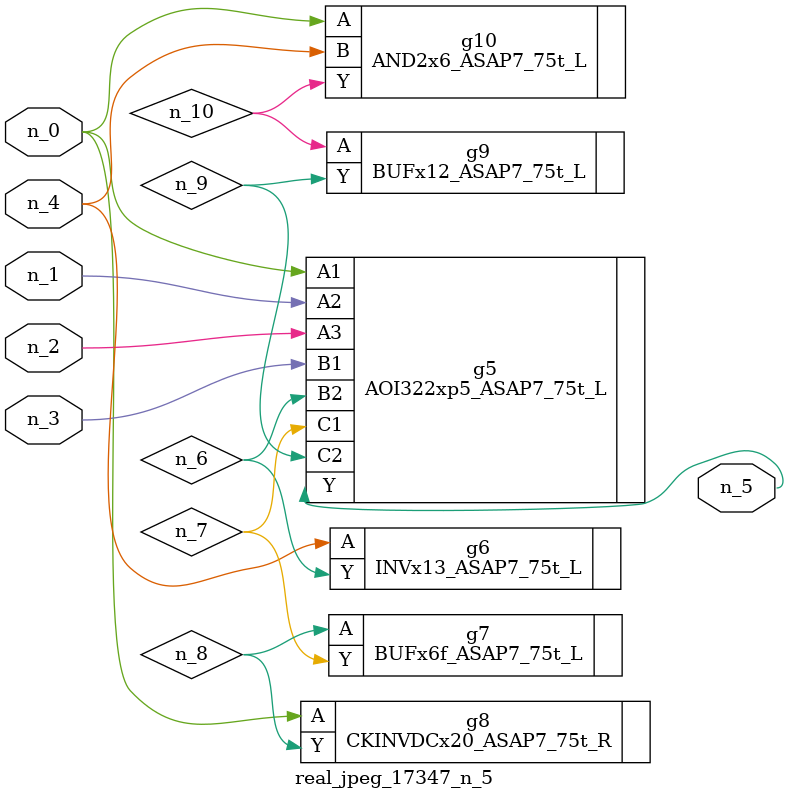
<source format=v>
module real_jpeg_17347_n_5 (n_4, n_0, n_1, n_2, n_3, n_5);

input n_4;
input n_0;
input n_1;
input n_2;
input n_3;

output n_5;

wire n_8;
wire n_6;
wire n_7;
wire n_10;
wire n_9;

AOI322xp5_ASAP7_75t_L g5 ( 
.A1(n_0),
.A2(n_1),
.A3(n_2),
.B1(n_3),
.B2(n_6),
.C1(n_7),
.C2(n_9),
.Y(n_5)
);

CKINVDCx20_ASAP7_75t_R g8 ( 
.A(n_0),
.Y(n_8)
);

AND2x6_ASAP7_75t_L g10 ( 
.A(n_0),
.B(n_4),
.Y(n_10)
);

INVx13_ASAP7_75t_L g6 ( 
.A(n_4),
.Y(n_6)
);

BUFx6f_ASAP7_75t_L g7 ( 
.A(n_8),
.Y(n_7)
);

BUFx12_ASAP7_75t_L g9 ( 
.A(n_10),
.Y(n_9)
);


endmodule
</source>
